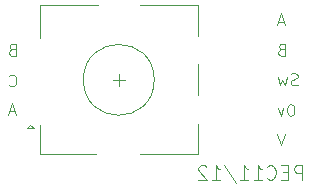
<source format=gbr>
%TF.GenerationSoftware,KiCad,Pcbnew,5.1.12-1.fc35*%
%TF.CreationDate,2021-11-27T14:34:01+00:00*%
%TF.ProjectId,kiCAD_TriSchmittPanelMount_v003.1,6b694341-445f-4547-9269-5363686d6974,rev?*%
%TF.SameCoordinates,Original*%
%TF.FileFunction,Legend,Bot*%
%TF.FilePolarity,Positive*%
%FSLAX46Y46*%
G04 Gerber Fmt 4.6, Leading zero omitted, Abs format (unit mm)*
G04 Created by KiCad (PCBNEW 5.1.12-1.fc35) date 2021-11-27 14:34:01*
%MOMM*%
%LPD*%
G01*
G04 APERTURE LIST*
%ADD10C,0.100000*%
%ADD11C,0.120000*%
G04 APERTURE END LIST*
D10*
X193038095Y-76366666D02*
X192561904Y-76366666D01*
X193133333Y-76652380D02*
X192800000Y-75652380D01*
X192466666Y-76652380D01*
X192799999Y-71128571D02*
X192657142Y-71176190D01*
X192609523Y-71223809D01*
X192561904Y-71319047D01*
X192561904Y-71461904D01*
X192609523Y-71557142D01*
X192657142Y-71604761D01*
X192752380Y-71652380D01*
X193133332Y-71652380D01*
X193133332Y-70652380D01*
X192799999Y-70652380D01*
X192704761Y-70700000D01*
X192657142Y-70747619D01*
X192609523Y-70842857D01*
X192609523Y-70938095D01*
X192657142Y-71033333D01*
X192704761Y-71080952D01*
X192799999Y-71128571D01*
X193133332Y-71128571D01*
X192561904Y-74157142D02*
X192609523Y-74204761D01*
X192752380Y-74252380D01*
X192847618Y-74252380D01*
X192990475Y-74204761D01*
X193085713Y-74109523D01*
X193133332Y-74014285D01*
X193180951Y-73823809D01*
X193180951Y-73680952D01*
X193133332Y-73490476D01*
X193085713Y-73395238D01*
X192990475Y-73300000D01*
X192847618Y-73252380D01*
X192752380Y-73252380D01*
X192609523Y-73300000D01*
X192561904Y-73347619D01*
X215933333Y-78252380D02*
X215600000Y-79252380D01*
X215266666Y-78252380D01*
X216457143Y-75752380D02*
X216361905Y-75752380D01*
X216266667Y-75800000D01*
X216219048Y-75847619D01*
X216171429Y-75942857D01*
X216123810Y-76133333D01*
X216123810Y-76371428D01*
X216171429Y-76561904D01*
X216219048Y-76657142D01*
X216266667Y-76704761D01*
X216361905Y-76752380D01*
X216457143Y-76752380D01*
X216552381Y-76704761D01*
X216600000Y-76657142D01*
X216647619Y-76561904D01*
X216695238Y-76371428D01*
X216695238Y-76133333D01*
X216647619Y-75942857D01*
X216600000Y-75847619D01*
X216552381Y-75800000D01*
X216457143Y-75752380D01*
X215790476Y-76085714D02*
X215552381Y-76752380D01*
X215314286Y-76085714D01*
X215600000Y-71128571D02*
X215457143Y-71176190D01*
X215409524Y-71223809D01*
X215361905Y-71319047D01*
X215361905Y-71461904D01*
X215409524Y-71557142D01*
X215457143Y-71604761D01*
X215552381Y-71652380D01*
X215933333Y-71652380D01*
X215933333Y-70652380D01*
X215600000Y-70652380D01*
X215504762Y-70700000D01*
X215457143Y-70747619D01*
X215409524Y-70842857D01*
X215409524Y-70938095D01*
X215457143Y-71033333D01*
X215504762Y-71080952D01*
X215600000Y-71128571D01*
X215933333Y-71128571D01*
X215838095Y-68766666D02*
X215361904Y-68766666D01*
X215933333Y-69052380D02*
X215600000Y-68052380D01*
X215266666Y-69052380D01*
X216980952Y-74104761D02*
X216838095Y-74152380D01*
X216600000Y-74152380D01*
X216504762Y-74104761D01*
X216457143Y-74057142D01*
X216409524Y-73961904D01*
X216409524Y-73866666D01*
X216457143Y-73771428D01*
X216504762Y-73723809D01*
X216600000Y-73676190D01*
X216790476Y-73628571D01*
X216885714Y-73580952D01*
X216933333Y-73533333D01*
X216980952Y-73438095D01*
X216980952Y-73342857D01*
X216933333Y-73247619D01*
X216885714Y-73200000D01*
X216790476Y-73152380D01*
X216552381Y-73152380D01*
X216409524Y-73200000D01*
X216076190Y-73485714D02*
X215885714Y-74152380D01*
X215695238Y-73676190D01*
X215504762Y-74152380D01*
X215314286Y-73485714D01*
X217371428Y-82142857D02*
X217371428Y-80942857D01*
X216914285Y-80942857D01*
X216800000Y-81000000D01*
X216742857Y-81057142D01*
X216685714Y-81171428D01*
X216685714Y-81342857D01*
X216742857Y-81457142D01*
X216800000Y-81514285D01*
X216914285Y-81571428D01*
X217371428Y-81571428D01*
X216171428Y-81514285D02*
X215771428Y-81514285D01*
X215600000Y-82142857D02*
X216171428Y-82142857D01*
X216171428Y-80942857D01*
X215600000Y-80942857D01*
X214400000Y-82028571D02*
X214457142Y-82085714D01*
X214628571Y-82142857D01*
X214742857Y-82142857D01*
X214914285Y-82085714D01*
X215028571Y-81971428D01*
X215085714Y-81857142D01*
X215142857Y-81628571D01*
X215142857Y-81457142D01*
X215085714Y-81228571D01*
X215028571Y-81114285D01*
X214914285Y-81000000D01*
X214742857Y-80942857D01*
X214628571Y-80942857D01*
X214457142Y-81000000D01*
X214400000Y-81057142D01*
X213257142Y-82142857D02*
X213942857Y-82142857D01*
X213600000Y-82142857D02*
X213600000Y-80942857D01*
X213714285Y-81114285D01*
X213828571Y-81228571D01*
X213942857Y-81285714D01*
X212114285Y-82142857D02*
X212800000Y-82142857D01*
X212457142Y-82142857D02*
X212457142Y-80942857D01*
X212571428Y-81114285D01*
X212685714Y-81228571D01*
X212800000Y-81285714D01*
X210742857Y-80885714D02*
X211771428Y-82428571D01*
X209714285Y-82142857D02*
X210400000Y-82142857D01*
X210057142Y-82142857D02*
X210057142Y-80942857D01*
X210171428Y-81114285D01*
X210285714Y-81228571D01*
X210400000Y-81285714D01*
X209257142Y-81057142D02*
X209200000Y-81000000D01*
X209085714Y-80942857D01*
X208800000Y-80942857D01*
X208685714Y-81000000D01*
X208628571Y-81057142D01*
X208571428Y-81171428D01*
X208571428Y-81285714D01*
X208628571Y-81457142D01*
X209314285Y-82142857D01*
X208571428Y-82142857D01*
D11*
%TO.C,SW1*%
X201350000Y-73700000D02*
X202350000Y-73700000D01*
X201850000Y-74200000D02*
X201850000Y-73200000D01*
X208550000Y-70000000D02*
X208550000Y-67400000D01*
X208550000Y-75000000D02*
X208550000Y-72400000D01*
X208550000Y-80000000D02*
X208550000Y-77400000D01*
X194650000Y-77800000D02*
X194350000Y-77500000D01*
X194050000Y-77800000D02*
X194650000Y-77800000D01*
X194350000Y-77500000D02*
X194050000Y-77800000D01*
X195150000Y-80000000D02*
X195150000Y-77500000D01*
X199950000Y-80000000D02*
X195150000Y-80000000D01*
X195150000Y-67400000D02*
X195150000Y-70200000D01*
X200050000Y-67400000D02*
X195150000Y-67400000D01*
X208550000Y-67400000D02*
X203650000Y-67400000D01*
X203650000Y-80000000D02*
X208550000Y-80000000D01*
X204850000Y-73700000D02*
G75*
G03*
X204850000Y-73700000I-3000000J0D01*
G01*
%TD*%
M02*

</source>
